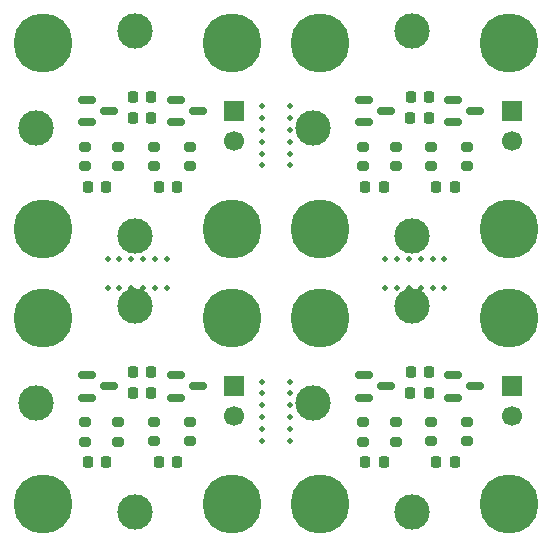
<source format=gbr>
%TF.GenerationSoftware,KiCad,Pcbnew,9.0.5*%
%TF.CreationDate,2025-10-24T18:10:23+02:00*%
%TF.ProjectId,panel,70616e65-6c2e-46b6-9963-61645f706362,rev?*%
%TF.SameCoordinates,Original*%
%TF.FileFunction,Soldermask,Top*%
%TF.FilePolarity,Negative*%
%FSLAX46Y46*%
G04 Gerber Fmt 4.6, Leading zero omitted, Abs format (unit mm)*
G04 Created by KiCad (PCBNEW 9.0.5) date 2025-10-24 18:10:23*
%MOMM*%
%LPD*%
G01*
G04 APERTURE LIST*
G04 Aperture macros list*
%AMRoundRect*
0 Rectangle with rounded corners*
0 $1 Rounding radius*
0 $2 $3 $4 $5 $6 $7 $8 $9 X,Y pos of 4 corners*
0 Add a 4 corners polygon primitive as box body*
4,1,4,$2,$3,$4,$5,$6,$7,$8,$9,$2,$3,0*
0 Add four circle primitives for the rounded corners*
1,1,$1+$1,$2,$3*
1,1,$1+$1,$4,$5*
1,1,$1+$1,$6,$7*
1,1,$1+$1,$8,$9*
0 Add four rect primitives between the rounded corners*
20,1,$1+$1,$2,$3,$4,$5,0*
20,1,$1+$1,$4,$5,$6,$7,0*
20,1,$1+$1,$6,$7,$8,$9,0*
20,1,$1+$1,$8,$9,$2,$3,0*%
G04 Aperture macros list end*
%ADD10RoundRect,0.200000X0.275000X-0.200000X0.275000X0.200000X-0.275000X0.200000X-0.275000X-0.200000X0*%
%ADD11RoundRect,0.150000X-0.587500X-0.150000X0.587500X-0.150000X0.587500X0.150000X-0.587500X0.150000X0*%
%ADD12C,5.000000*%
%ADD13C,0.500000*%
%ADD14C,3.000000*%
%ADD15RoundRect,0.218750X0.218750X0.256250X-0.218750X0.256250X-0.218750X-0.256250X0.218750X-0.256250X0*%
%ADD16R,1.700000X1.700000*%
%ADD17C,1.700000*%
%ADD18RoundRect,0.225000X0.225000X0.250000X-0.225000X0.250000X-0.225000X-0.250000X0.225000X-0.250000X0*%
G04 APERTURE END LIST*
D10*
%TO.C,R3*%
X161650000Y-56500000D03*
X161650000Y-54850000D03*
%TD*%
D11*
%TO.C,Q2*%
X132467737Y-27600000D03*
X132467737Y-29500000D03*
X134342737Y-28550000D03*
%TD*%
D12*
%TO.C,H1*%
X152250000Y-46050000D03*
%TD*%
D11*
%TO.C,Q2*%
X155975000Y-27600000D03*
X155975000Y-29500000D03*
X157850000Y-28550000D03*
%TD*%
D13*
%TO.C,KiKit_MB_4_4*%
X159753631Y-41099999D03*
%TD*%
D14*
%TO.C,FID4*%
X151650000Y-53250000D03*
%TD*%
D13*
%TO.C,KiKit_MB_1_2*%
X147295678Y-29150092D03*
%TD*%
D12*
%TO.C,H3*%
X144742737Y-61850000D03*
%TD*%
D10*
%TO.C,R4*%
X135142737Y-56525000D03*
X135142737Y-54875000D03*
%TD*%
D14*
%TO.C,FID3*%
X160050000Y-62450000D03*
%TD*%
D13*
%TO.C,KiKit_MB_2_5*%
X135246369Y-41099999D03*
%TD*%
D14*
%TO.C,FID1*%
X160050000Y-45050000D03*
%TD*%
D15*
%TO.C,D1*%
X163637500Y-34950000D03*
X162062500Y-34950000D03*
%TD*%
D13*
%TO.C,KiKit_MB_4_2*%
X161753631Y-41099999D03*
%TD*%
D16*
%TO.C,J1*%
X144942737Y-51850000D03*
D17*
X144942737Y-54390000D03*
%TD*%
D10*
%TO.C,R4*%
X158650000Y-33225000D03*
X158650000Y-31575000D03*
%TD*%
D11*
%TO.C,Q1*%
X163512500Y-50900000D03*
X163512500Y-52800000D03*
X165387500Y-51850000D03*
%TD*%
D18*
%TO.C,C1*%
X161450000Y-27350000D03*
X159900000Y-27350000D03*
%TD*%
D13*
%TO.C,KiKit_MB_3_3*%
X149700000Y-31150000D03*
%TD*%
D14*
%TO.C,FID4*%
X128142737Y-53250000D03*
%TD*%
D12*
%TO.C,H3*%
X144742737Y-38550000D03*
%TD*%
D13*
%TO.C,KiKit_MB_1_1*%
X147295219Y-28150092D03*
%TD*%
%TO.C,KiKit_MB_6_3*%
X136246369Y-43500000D03*
%TD*%
D10*
%TO.C,R1*%
X141186059Y-33200000D03*
X141186059Y-31550000D03*
%TD*%
D18*
%TO.C,C2*%
X161425000Y-52450000D03*
X159875000Y-52450000D03*
%TD*%
%TO.C,C2*%
X137917737Y-52450000D03*
X136367737Y-52450000D03*
%TD*%
D13*
%TO.C,KiKit_MB_7_3*%
X149700000Y-54450000D03*
%TD*%
D14*
%TO.C,FID1*%
X136542737Y-45050000D03*
%TD*%
D12*
%TO.C,H4*%
X128742737Y-61850000D03*
%TD*%
D18*
%TO.C,C1*%
X161450000Y-50650000D03*
X159900000Y-50650000D03*
%TD*%
D14*
%TO.C,FID1*%
X136542737Y-21750000D03*
%TD*%
D13*
%TO.C,KiKit_MB_4_6*%
X157753631Y-41099999D03*
%TD*%
D11*
%TO.C,Q1*%
X140005237Y-50900000D03*
X140005237Y-52800000D03*
X141880237Y-51850000D03*
%TD*%
D13*
%TO.C,KiKit_MB_8_1*%
X157753631Y-43500000D03*
%TD*%
D12*
%TO.C,H4*%
X128742737Y-38550000D03*
%TD*%
D10*
%TO.C,R3*%
X138142737Y-33200000D03*
X138142737Y-31550000D03*
%TD*%
D15*
%TO.C,D2*%
X134130237Y-34950000D03*
X132555237Y-34950000D03*
%TD*%
D13*
%TO.C,KiKit_MB_2_6*%
X134246369Y-41099999D03*
%TD*%
%TO.C,KiKit_MB_6_6*%
X139246368Y-43500000D03*
%TD*%
D18*
%TO.C,C1*%
X137942737Y-27350000D03*
X136392737Y-27350000D03*
%TD*%
D13*
%TO.C,KiKit_MB_8_2*%
X158753631Y-43500000D03*
%TD*%
%TO.C,KiKit_MB_5_5*%
X147297058Y-55450091D03*
%TD*%
D10*
%TO.C,R4*%
X135142737Y-33225000D03*
X135142737Y-31575000D03*
%TD*%
D12*
%TO.C,H4*%
X152250000Y-38550000D03*
%TD*%
D13*
%TO.C,KiKit_MB_7_1*%
X149700000Y-56450000D03*
%TD*%
%TO.C,KiKit_MB_8_3*%
X159753631Y-43500000D03*
%TD*%
%TO.C,KiKit_MB_2_4*%
X136246369Y-41099999D03*
%TD*%
D15*
%TO.C,D2*%
X157637500Y-34950000D03*
X156062500Y-34950000D03*
%TD*%
D13*
%TO.C,KiKit_MB_3_6*%
X149700000Y-28150000D03*
%TD*%
D10*
%TO.C,R2*%
X132342737Y-33225000D03*
X132342737Y-31575000D03*
%TD*%
D13*
%TO.C,KiKit_MB_3_2*%
X149700000Y-32150000D03*
%TD*%
%TO.C,KiKit_MB_7_4*%
X149700000Y-53450000D03*
%TD*%
D10*
%TO.C,R1*%
X164693322Y-56500000D03*
X164693322Y-54850000D03*
%TD*%
D13*
%TO.C,KiKit_MB_8_5*%
X161753631Y-43500000D03*
%TD*%
D15*
%TO.C,D1*%
X140130237Y-34950000D03*
X138555237Y-34950000D03*
%TD*%
D14*
%TO.C,FID3*%
X136542737Y-39150000D03*
%TD*%
D13*
%TO.C,KiKit_MB_7_5*%
X149700000Y-52450000D03*
%TD*%
%TO.C,KiKit_MB_8_4*%
X160753631Y-43500000D03*
%TD*%
D12*
%TO.C,H2*%
X168250000Y-46050000D03*
%TD*%
D18*
%TO.C,C2*%
X137917737Y-29150000D03*
X136367737Y-29150000D03*
%TD*%
%TO.C,C1*%
X137942737Y-50650000D03*
X136392737Y-50650000D03*
%TD*%
D13*
%TO.C,KiKit_MB_2_1*%
X139246368Y-41099999D03*
%TD*%
D12*
%TO.C,H2*%
X144742737Y-22750000D03*
%TD*%
%TO.C,H2*%
X168250000Y-22750000D03*
%TD*%
D13*
%TO.C,KiKit_MB_3_5*%
X149700000Y-29150000D03*
%TD*%
%TO.C,KiKit_MB_5_2*%
X147295678Y-52450091D03*
%TD*%
%TO.C,KiKit_MB_4_5*%
X158753631Y-41099999D03*
%TD*%
%TO.C,KiKit_MB_1_6*%
X147297517Y-33150091D03*
%TD*%
D16*
%TO.C,J1*%
X144942737Y-28550000D03*
D17*
X144942737Y-31090000D03*
%TD*%
D13*
%TO.C,KiKit_MB_3_1*%
X149700000Y-33150000D03*
%TD*%
D12*
%TO.C,H1*%
X128742737Y-22750000D03*
%TD*%
D10*
%TO.C,R4*%
X158650000Y-56525000D03*
X158650000Y-54875000D03*
%TD*%
%TO.C,R2*%
X155850000Y-56525000D03*
X155850000Y-54875000D03*
%TD*%
D13*
%TO.C,KiKit_MB_4_1*%
X162753631Y-41099999D03*
%TD*%
%TO.C,KiKit_MB_3_4*%
X149700000Y-30150000D03*
%TD*%
D10*
%TO.C,R3*%
X138142737Y-56500000D03*
X138142737Y-54850000D03*
%TD*%
D15*
%TO.C,D2*%
X157637500Y-58250000D03*
X156062500Y-58250000D03*
%TD*%
D14*
%TO.C,FID3*%
X136542737Y-62450000D03*
%TD*%
%TO.C,FID4*%
X151650000Y-29950000D03*
%TD*%
D15*
%TO.C,D1*%
X140130237Y-58250000D03*
X138555237Y-58250000D03*
%TD*%
D13*
%TO.C,KiKit_MB_5_3*%
X147296138Y-53450091D03*
%TD*%
%TO.C,KiKit_MB_2_2*%
X138246368Y-41099999D03*
%TD*%
D10*
%TO.C,R2*%
X155850000Y-33225000D03*
X155850000Y-31575000D03*
%TD*%
D15*
%TO.C,D2*%
X134130237Y-58250000D03*
X132555237Y-58250000D03*
%TD*%
D13*
%TO.C,KiKit_MB_6_4*%
X137246368Y-43500000D03*
%TD*%
%TO.C,KiKit_MB_7_6*%
X149700000Y-51450000D03*
%TD*%
D11*
%TO.C,Q1*%
X163512500Y-27600000D03*
X163512500Y-29500000D03*
X165387500Y-28550000D03*
%TD*%
D10*
%TO.C,R3*%
X161650000Y-33200000D03*
X161650000Y-31550000D03*
%TD*%
D13*
%TO.C,KiKit_MB_5_4*%
X147296598Y-54450091D03*
%TD*%
D14*
%TO.C,FID3*%
X160050000Y-39150000D03*
%TD*%
D10*
%TO.C,R1*%
X141186059Y-56500000D03*
X141186059Y-54850000D03*
%TD*%
D13*
%TO.C,KiKit_MB_1_4*%
X147296598Y-31150091D03*
%TD*%
D12*
%TO.C,H2*%
X144742737Y-46050000D03*
%TD*%
D13*
%TO.C,KiKit_MB_6_2*%
X135246369Y-43500000D03*
%TD*%
D18*
%TO.C,C2*%
X161425000Y-29150000D03*
X159875000Y-29150000D03*
%TD*%
D12*
%TO.C,H3*%
X168250000Y-61850000D03*
%TD*%
D13*
%TO.C,KiKit_MB_1_3*%
X147296138Y-30150092D03*
%TD*%
D15*
%TO.C,D1*%
X163637500Y-58250000D03*
X162062500Y-58250000D03*
%TD*%
D13*
%TO.C,KiKit_MB_7_2*%
X149700000Y-55450000D03*
%TD*%
D16*
%TO.C,J1*%
X168450000Y-28550000D03*
D17*
X168450000Y-31090000D03*
%TD*%
D12*
%TO.C,H4*%
X152250000Y-61850000D03*
%TD*%
D13*
%TO.C,KiKit_MB_1_5*%
X147297058Y-32150091D03*
%TD*%
D10*
%TO.C,R1*%
X164693322Y-33200000D03*
X164693322Y-31550000D03*
%TD*%
D13*
%TO.C,KiKit_MB_6_1*%
X134246369Y-43500000D03*
%TD*%
%TO.C,KiKit_MB_5_1*%
X147295219Y-51450091D03*
%TD*%
D11*
%TO.C,Q1*%
X140005237Y-27600000D03*
X140005237Y-29500000D03*
X141880237Y-28550000D03*
%TD*%
D12*
%TO.C,H1*%
X128742737Y-46050000D03*
%TD*%
D14*
%TO.C,FID1*%
X160050000Y-21750000D03*
%TD*%
D13*
%TO.C,KiKit_MB_2_3*%
X137246368Y-41099999D03*
%TD*%
D12*
%TO.C,H1*%
X152250000Y-22750000D03*
%TD*%
D13*
%TO.C,KiKit_MB_5_6*%
X147297517Y-56450091D03*
%TD*%
%TO.C,KiKit_MB_6_5*%
X138246368Y-43500000D03*
%TD*%
D16*
%TO.C,J1*%
X168450000Y-51850000D03*
D17*
X168450000Y-54390000D03*
%TD*%
D11*
%TO.C,Q2*%
X155975000Y-50900000D03*
X155975000Y-52800000D03*
X157850000Y-51850000D03*
%TD*%
D10*
%TO.C,R2*%
X132342737Y-56525000D03*
X132342737Y-54875000D03*
%TD*%
D14*
%TO.C,FID4*%
X128142737Y-29950000D03*
%TD*%
D12*
%TO.C,H3*%
X168250000Y-38550000D03*
%TD*%
D13*
%TO.C,KiKit_MB_4_3*%
X160753631Y-41099999D03*
%TD*%
D11*
%TO.C,Q2*%
X132467737Y-50900000D03*
X132467737Y-52800000D03*
X134342737Y-51850000D03*
%TD*%
D13*
%TO.C,KiKit_MB_8_6*%
X162753631Y-43500000D03*
%TD*%
M02*

</source>
